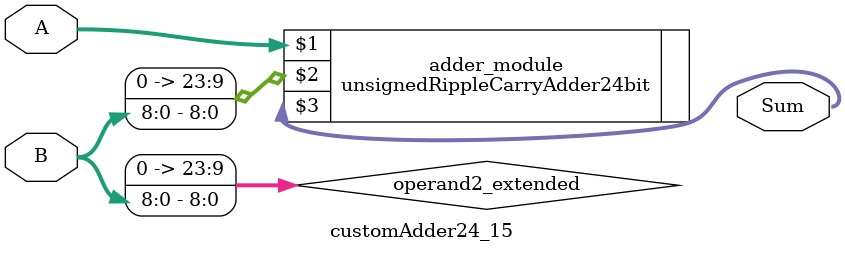
<source format=v>

module customAdder24_15(
                    input [23 : 0] A,
                    input [8 : 0] B,
                    
                    output [24 : 0] Sum
            );

    wire [23 : 0] operand2_extended;
    
    assign operand2_extended =  {15'b0, B};
    
    unsignedRippleCarryAdder24bit adder_module(
        A,
        operand2_extended,
        Sum
    );
    
endmodule
        
</source>
